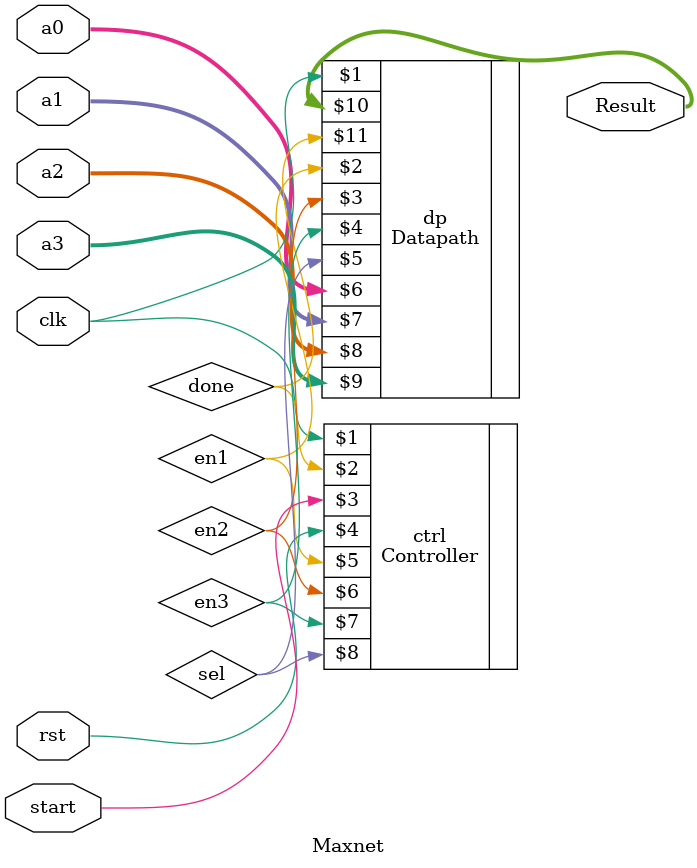
<source format=v>
module Maxnet(input [4:0] a0,a1,a2,a3 , input clk , start , rst , output [4:0] Result);
wire en1 , en2 , en3 , sel , done , reset ;
Datapath dp(clk , en1 , en2 , en3 , sel , a0 , a1 , a2 , a3 ,Result , done);
Controller ctrl(clk,done,start,rst,en1 , en2 , en3 , sel );

endmodule

</source>
